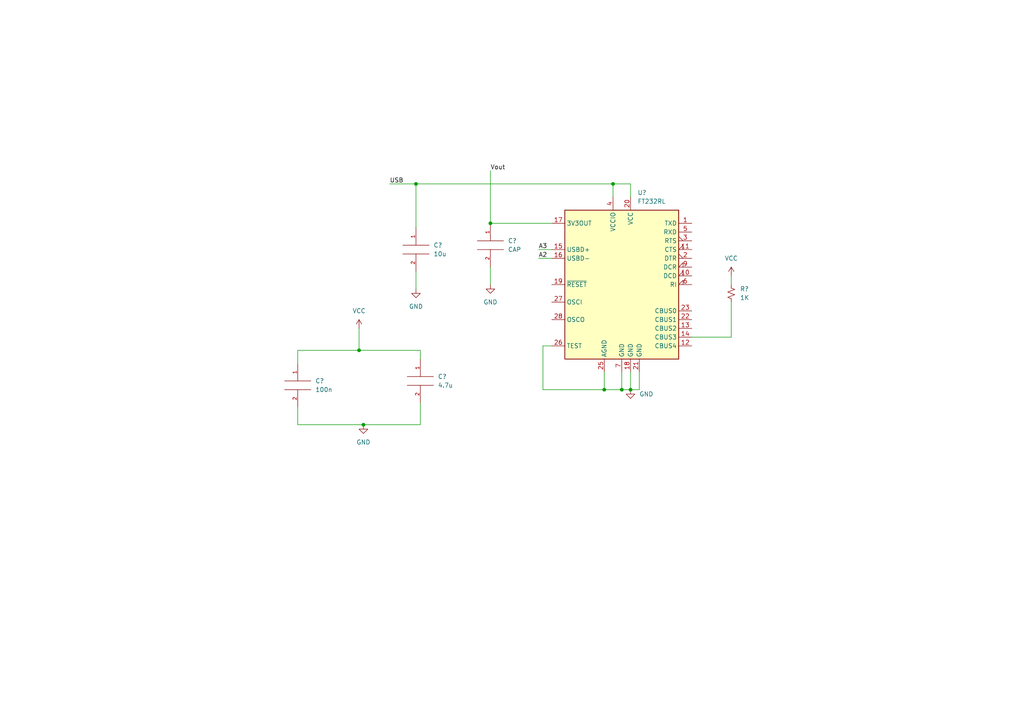
<source format=kicad_sch>
(kicad_sch (version 20211123) (generator eeschema)
  (paper "A4")
  (lib_symbols
    (symbol "Device:R_Small_US" (pin_numbers hide) (pin_names (offset 0.254) hide)
      (property "Reference" "R" (at 0.762 0.508 0))
      (property "Value" "R_Small_US" (at 0.762 -1.016 0))
      (symbol "R_Small_US_1_1"
        (polyline (pts (xy 0 0) (xy 1.016 -0.381) (xy 0 -0.762) (xy -1.016 -1.143) (xy 0 -1.524)))
        (polyline (pts (xy 0 1.524) (xy 1.016 1.143) (xy 0 0.762) (xy -1.016 0.381) (xy 0 0)))
        (pin passive line (at 0 2.54 270) (length 1.016) (name "~") (number "1"))
        (pin passive line (at 0 -2.54 90) (length 1.016) (name "~") (number "2"))
      )
    )
    (symbol "Interface_USB:FT232RL"
      (property "Reference" "U" (at -16.51 22.86 0))
      (property "Value" "FT232RL" (at 10.16 22.86 0))
      (symbol "FT232RL_0_1"
        (rectangle (start -16.51 21.59) (end 16.51 -21.59) (stroke (width 0.254)) (fill (type background)))
      )
      (symbol "FT232RL_1_1"
        (pin output line (at 20.32 17.78 180) (length 3.81) (name "TXD") (number "1"))
        (pin input input_low (at 20.32 2.54 180) (length 3.81) (name "DCD") (number "10"))
        (pin input input_low (at 20.32 10.16 180) (length 3.81) (name "CTS") (number "11"))
        (pin bidirectional line (at 20.32 -17.78 180) (length 3.81) (name "CBUS4") (number "12"))
        (pin bidirectional line (at 20.32 -12.7 180) (length 3.81) (name "CBUS2") (number "13"))
        (pin bidirectional line (at 20.32 -15.24 180) (length 3.81) (name "CBUS3") (number "14"))
        (pin bidirectional line (at -20.32 10.16 0) (length 3.81) (name "USBD+") (number "15"))
        (pin bidirectional line (at -20.32 7.62 0) (length 3.81) (name "USBD-") (number "16"))
        (pin power_out line (at -20.32 17.78 0) (length 3.81) (name "3V3OUT") (number "17"))
        (pin power_in line (at 2.54 -25.4 90) (length 3.81) (name "GND") (number "18"))
        (pin input line (at -20.32 0 0) (length 3.81) (name "~{RESET}") (number "19"))
        (pin output output_low (at 20.32 7.62 180) (length 3.81) (name "DTR") (number "2"))
        (pin power_in line (at 2.54 25.4 270) (length 3.81) (name "VCC") (number "20"))
        (pin power_in line (at 5.08 -25.4 90) (length 3.81) (name "GND") (number "21"))
        (pin bidirectional line (at 20.32 -10.16 180) (length 3.81) (name "CBUS1") (number "22"))
        (pin bidirectional line (at 20.32 -7.62 180) (length 3.81) (name "CBUS0") (number "23"))
        (pin power_in line (at -5.08 -25.4 90) (length 3.81) (name "AGND") (number "25"))
        (pin input line (at -20.32 -17.78 0) (length 3.81) (name "TEST") (number "26"))
        (pin input line (at -20.32 -5.08 0) (length 3.81) (name "OSCI") (number "27"))
        (pin output line (at -20.32 -10.16 0) (length 3.81) (name "OSCO") (number "28"))
        (pin output output_low (at 20.32 12.7 180) (length 3.81) (name "RTS") (number "3"))
        (pin power_in line (at -2.54 25.4 270) (length 3.81) (name "VCCIO") (number "4"))
        (pin input line (at 20.32 15.24 180) (length 3.81) (name "RXD") (number "5"))
        (pin input input_low (at 20.32 0 180) (length 3.81) (name "RI") (number "6"))
        (pin power_in line (at 0 -25.4 90) (length 3.81) (name "GND") (number "7"))
        (pin input input_low (at 20.32 5.08 180) (length 3.81) (name "DCR") (number "9"))
      )
    )
    (symbol "power:GND" (power) (pin_names (offset 0))
      (property "Value" "GND" (at 0 -3.81 0))
      (symbol "GND_0_1"
        (polyline (pts (xy 0 0) (xy 0 -1.27) (xy 1.27 -1.27) (xy 0 -2.54) (xy -1.27 -1.27) (xy 0 -1.27)))
      )
      (symbol "GND_1_1"
        (pin power_in line (at 0 0 270) (length 0) hide (name "GND") (number "1"))
      )
    )
    (symbol "power:VCC" (power) (pin_names (offset 0))
      (property "Value" "VCC" (at 0 3.81 0))
      (symbol "VCC_0_1"
        (polyline (pts (xy -0.762 1.27) (xy 0 2.54)))
        (polyline (pts (xy 0 0) (xy 0 2.54)))
        (polyline (pts (xy 0 2.54) (xy 0.762 1.27)))
      )
      (symbol "VCC_1_1"
        (pin power_in line (at 0 0 90) (length 0) hide (name "VCC") (number "1"))
      )
    )
    (symbol "pspice:CAP" (pin_names (offset 0.254))
      (property "Reference" "C" (at 2.54 3.81 90))
      (property "Value" "CAP" (at 2.54 -3.81 90))
      (symbol "CAP_0_1"
        (polyline (pts (xy -3.81 -1.27) (xy 3.81 -1.27)))
        (polyline (pts (xy -3.81 1.27) (xy 3.81 1.27)))
      )
      (symbol "CAP_1_1"
        (pin passive line (at 0 6.35 270) (length 5.08) (name "~") (number "1"))
        (pin passive line (at 0 -6.35 90) (length 5.08) (name "~") (number "2"))
      )
    )
  )
  (junction (at 105.41 123.19))
  (junction (at 142.24 64.77))
  (junction (at 180.34 113.03))
  (junction (at 120.65 53.34))
  (junction (at 182.88 113.03))
  (junction (at 175.26 113.03))
  (junction (at 177.8 53.34))
  (junction (at 104.14 101.6))
  (wire (pts (xy 86.36 118.11) (xy 86.36 123.19)))
  (wire (pts (xy 160.02 100.33) (xy 157.48 100.33)))
  (wire (pts (xy 142.24 77.47) (xy 142.24 82.55)))
  (wire (pts (xy 157.48 113.03) (xy 175.26 113.03)))
  (wire (pts (xy 120.65 53.34) (xy 120.65 66.04)))
  (wire (pts (xy 177.8 53.34) (xy 182.88 53.34)))
  (wire (pts (xy 180.34 107.95) (xy 180.34 113.03)))
  (wire (pts (xy 156.21 74.93) (xy 160.02 74.93)))
  (wire (pts (xy 121.92 123.19) (xy 121.92 116.84)))
  (wire (pts (xy 175.26 107.95) (xy 175.26 113.03)))
  (wire (pts (xy 200.66 97.79) (xy 212.09 97.79)))
  (wire (pts (xy 113.03 53.34) (xy 120.65 53.34)))
  (wire (pts (xy 120.65 78.74) (xy 120.65 83.82)))
  (wire (pts (xy 177.8 53.34) (xy 177.8 57.15)))
  (wire (pts (xy 212.09 80.01) (xy 212.09 82.55)))
  (wire (pts (xy 142.24 64.77) (xy 160.02 64.77)))
  (wire (pts (xy 104.14 101.6) (xy 121.92 101.6)))
  (wire (pts (xy 86.36 105.41) (xy 86.36 101.6)))
  (wire (pts (xy 175.26 113.03) (xy 180.34 113.03)))
  (wire (pts (xy 182.88 57.15) (xy 182.88 53.34)))
  (wire (pts (xy 86.36 101.6) (xy 104.14 101.6)))
  (wire (pts (xy 120.65 53.34) (xy 177.8 53.34)))
  (wire (pts (xy 185.42 113.03) (xy 182.88 113.03)))
  (wire (pts (xy 157.48 100.33) (xy 157.48 113.03)))
  (wire (pts (xy 185.42 107.95) (xy 185.42 113.03)))
  (wire (pts (xy 86.36 123.19) (xy 105.41 123.19)))
  (wire (pts (xy 180.34 113.03) (xy 182.88 113.03)))
  (wire (pts (xy 104.14 95.25) (xy 104.14 101.6)))
  (wire (pts (xy 156.21 72.39) (xy 160.02 72.39)))
  (wire (pts (xy 142.24 49.53) (xy 142.24 64.77)))
  (wire (pts (xy 121.92 101.6) (xy 121.92 104.14)))
  (wire (pts (xy 182.88 107.95) (xy 182.88 113.03)))
  (wire (pts (xy 105.41 123.19) (xy 121.92 123.19)))
  (wire (pts (xy 212.09 87.63) (xy 212.09 97.79)))
  (label "A3" (at 156.21 72.39 0))
  (label "A2" (at 156.21 74.93 0))
  (label "Vout" (at 142.24 49.53 0))
  (label "USB" (at 113.03 53.34 0))
  (symbol (lib_id "Interface_USB:FT232RL") (at 180.34 82.55 0) (unit 1)
    (property "Reference" "U?" (at 184.8994 55.88 0) (effects (justify left)))
    (property "Value" "FT232RL" (at 184.8994 58.42 0) (effects (justify left)))
    (property "Footprint" "Package_SO:SSOP-28_5.3x10.2mm_P0.65mm" (effects hide))
    (property "Datasheet" "https://www.ftdichip.com/Support/Documents/DataSheets/ICs/DS_FT232R.pdf" (effects hide))
  )
  (symbol (lib_id "pspice:CAP") (at 120.65 72.39 0) (unit 1)
    (property "Reference" "C?" (at 125.73 71.1199 0) (effects (justify left)))
    (property "Value" "10u" (at 125.73 73.6599 0) (effects (justify left)))
  )
  (symbol (lib_id "power:VCC") (at 104.14 95.25 0) (unit 1)
    (property "Reference" "#PWR?" (effects hide))
    (property "Value" "VCC" (at 104.14 90.17 0))
  )
  (symbol (lib_id "pspice:CAP") (at 121.92 110.49 0) (unit 1)
    (property "Reference" "C?" (at 127 109.2199 0) (effects (justify left)))
    (property "Value" "4.7u" (at 127 111.7599 0) (effects (justify left)))
  )
  (symbol (lib_id "power:GND") (at 105.41 123.19 0) (unit 1)
    (property "Reference" "#PWR?" (effects hide))
    (property "Value" "GND" (at 105.41 128.27 0))
  )
  (symbol (lib_id "power:GND") (at 120.65 83.82 0) (unit 1)
    (property "Reference" "#PWR?" (effects hide))
    (property "Value" "GND" (at 120.65 88.9 0))
  )
  (symbol (lib_id "power:GND") (at 142.24 82.55 0) (unit 1)
    (property "Reference" "#PWR?" (effects hide))
    (property "Value" "GND" (at 142.24 87.63 0))
  )
  (symbol (lib_id "power:VCC") (at 212.09 80.01 0) (unit 1)
    (property "Reference" "#PWR?" (effects hide))
    (property "Value" "VCC" (at 212.09 74.93 0))
  )
  (symbol (lib_id "pspice:CAP") (at 142.24 71.12 0) (unit 1)
    (property "Reference" "C?" (at 147.32 69.8499 0) (effects (justify left)))
    (property "Value" "CAP" (at 147.32 72.3899 0) (effects (justify left)))
  )
  (symbol (lib_id "power:GND") (at 182.88 113.03 0) (unit 1)
    (property "Reference" "#PWR?" (effects hide))
    (property "Value" "GND" (at 185.42 114.2999 0) (effects (justify left)))
  )
  (symbol (lib_id "Device:R_Small_US") (at 212.09 85.09 0) (unit 1)
    (property "Reference" "R?" (at 214.63 83.8199 0) (effects (justify left)))
    (property "Value" "1K" (at 214.63 86.3599 0) (effects (justify left)))
  )
  (symbol (lib_id "pspice:CAP") (at 86.36 111.76 0) (unit 1)
    (property "Reference" "C?" (at 91.44 110.4899 0) (effects (justify left)))
    (property "Value" "100n" (at 91.44 113.0299 0) (effects (justify left)))
  )
)
</source>
